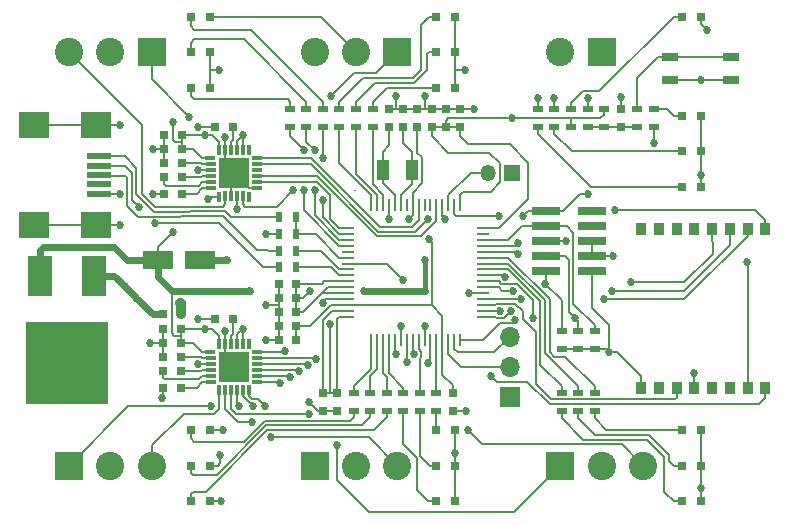
<source format=gbr>
G04 #@! TF.FileFunction,Copper,L1,Top,Mixed*
%FSLAX46Y46*%
G04 Gerber Fmt 4.6, Leading zero omitted, Abs format (unit mm)*
G04 Created by KiCad (PCBNEW 4.0.6) date 2017 July 16, Sunday 00:23:12*
%MOMM*%
%LPD*%
G01*
G04 APERTURE LIST*
%ADD10C,0.100000*%
%ADD11R,0.900000X0.500000*%
%ADD12R,0.250000X1.000000*%
%ADD13R,1.000000X0.250000*%
%ADD14R,0.800000X0.750000*%
%ADD15R,1.350000X1.350000*%
%ADD16O,1.350000X1.350000*%
%ADD17R,1.700000X1.700000*%
%ADD18O,1.700000X1.700000*%
%ADD19R,0.800000X0.800000*%
%ADD20R,1.000000X1.800000*%
%ADD21R,0.900000X1.000000*%
%ADD22R,2.000000X3.500000*%
%ADD23R,7.000000X7.000000*%
%ADD24R,1.450000X0.700000*%
%ADD25R,0.500000X0.900000*%
%ADD26R,2.400000X0.750000*%
%ADD27C,2.400000*%
%ADD28R,2.400000X2.400000*%
%ADD29R,0.750000X0.800000*%
%ADD30R,2.600000X1.600000*%
%ADD31R,0.300000X0.825000*%
%ADD32R,0.300000X0.850000*%
%ADD33R,0.825000X0.300000*%
%ADD34R,0.850000X0.300000*%
%ADD35R,2.600000X2.600000*%
%ADD36R,2.000000X0.500000*%
%ADD37R,2.500000X2.200000*%
%ADD38C,0.685800*%
%ADD39C,0.152400*%
%ADD40C,0.406400*%
%ADD41C,0.600000*%
%ADD42C,0.812800*%
%ADD43C,0.203200*%
G04 APERTURE END LIST*
D10*
D11*
X251000000Y-137350000D03*
X251000000Y-135850000D03*
D12*
X241000000Y-125150000D03*
X240500000Y-125150000D03*
X240000000Y-125150000D03*
X239500000Y-125150000D03*
X239000000Y-125150000D03*
X238500000Y-125150000D03*
X238000000Y-125150000D03*
X237500000Y-125150000D03*
X237000000Y-125150000D03*
X236500000Y-125150000D03*
X236000000Y-125150000D03*
X235500000Y-125150000D03*
X235000000Y-125150000D03*
X234500000Y-125150000D03*
X234000000Y-125150000D03*
X233500000Y-125150000D03*
D13*
X231550000Y-127100000D03*
X231550000Y-127600000D03*
X231550000Y-128100000D03*
X231550000Y-128600000D03*
X231550000Y-129100000D03*
X231550000Y-129600000D03*
X231550000Y-130100000D03*
X231550000Y-130600000D03*
X231550000Y-131100000D03*
X231550000Y-131600000D03*
X231550000Y-132100000D03*
X231550000Y-132600000D03*
X231550000Y-133100000D03*
X231550000Y-133600000D03*
X231550000Y-134100000D03*
X231550000Y-134600000D03*
D12*
X233500000Y-136550000D03*
X234000000Y-136550000D03*
X234500000Y-136550000D03*
X235000000Y-136550000D03*
X235500000Y-136550000D03*
X236000000Y-136550000D03*
X236500000Y-136550000D03*
X237000000Y-136550000D03*
X237500000Y-136550000D03*
X238000000Y-136550000D03*
X238500000Y-136550000D03*
X239000000Y-136550000D03*
X239500000Y-136550000D03*
X240000000Y-136550000D03*
X240500000Y-136550000D03*
X241000000Y-136550000D03*
D13*
X242950000Y-134600000D03*
X242950000Y-134100000D03*
X242950000Y-133600000D03*
X242950000Y-133100000D03*
X242950000Y-132600000D03*
X242950000Y-132100000D03*
X242950000Y-131600000D03*
X242950000Y-131100000D03*
X242950000Y-130600000D03*
X242950000Y-130100000D03*
X242950000Y-129600000D03*
X242950000Y-129100000D03*
X242950000Y-128600000D03*
X242950000Y-128100000D03*
X242950000Y-127600000D03*
X242950000Y-127100000D03*
D14*
X227150000Y-133000000D03*
X225650000Y-133000000D03*
D15*
X245400000Y-122400000D03*
D16*
X243400000Y-122400000D03*
D17*
X245200000Y-141400000D03*
D18*
X245200000Y-138860000D03*
X245200000Y-136320000D03*
D19*
X239000000Y-147200000D03*
X240600000Y-147200000D03*
X239000000Y-144200000D03*
X240600000Y-144200000D03*
X239000000Y-150200000D03*
X240600000Y-150200000D03*
D14*
X215950000Y-121600000D03*
X217450000Y-121600000D03*
X215850000Y-140600000D03*
X217350000Y-140600000D03*
X215850000Y-138000000D03*
X217350000Y-138000000D03*
X217450000Y-122800000D03*
X215950000Y-122800000D03*
X217350000Y-139200000D03*
X215850000Y-139200000D03*
X215950000Y-124200000D03*
X217450000Y-124200000D03*
X220250000Y-118500000D03*
X221750000Y-118500000D03*
X220250000Y-134800000D03*
X221750000Y-134800000D03*
X217450000Y-120400000D03*
X215950000Y-120400000D03*
X217350000Y-136800000D03*
X215850000Y-136800000D03*
X217450000Y-119200000D03*
X215950000Y-119200000D03*
X217350000Y-135600000D03*
X215850000Y-135600000D03*
D20*
X236950000Y-122200000D03*
X234450000Y-122200000D03*
D21*
X256350000Y-127150000D03*
X256350000Y-140650000D03*
X257850000Y-140650000D03*
X259350000Y-140650000D03*
X260850000Y-140650000D03*
X262350000Y-140650000D03*
X263850000Y-140650000D03*
X265350000Y-140650000D03*
X266850000Y-140650000D03*
X266850000Y-127150000D03*
X265350000Y-127150000D03*
X263850000Y-127150000D03*
X262350000Y-127150000D03*
X260850000Y-127150000D03*
X259350000Y-127150000D03*
X257850000Y-127150000D03*
D22*
X210050000Y-131125000D03*
X205470000Y-131125000D03*
D23*
X207750000Y-138525000D03*
D24*
X258820000Y-114600000D03*
X263980000Y-114600000D03*
X263980000Y-112600000D03*
X258820000Y-112600000D03*
D11*
X251800000Y-117050000D03*
X251800000Y-118550000D03*
X253200000Y-117050000D03*
X253200000Y-118550000D03*
X256000000Y-118550000D03*
X256000000Y-117050000D03*
X249600000Y-137350000D03*
X249600000Y-135850000D03*
X252400000Y-137350000D03*
X252400000Y-135850000D03*
D25*
X227150000Y-127600000D03*
X225650000Y-127600000D03*
X227150000Y-130400000D03*
X225650000Y-130400000D03*
X227150000Y-129000000D03*
X225650000Y-129000000D03*
D11*
X250400000Y-118550000D03*
X250400000Y-117050000D03*
X257400000Y-118550000D03*
X257400000Y-117050000D03*
X249000000Y-117050000D03*
X249000000Y-118550000D03*
X247600000Y-117050000D03*
X247600000Y-118550000D03*
X230800000Y-118550000D03*
X230800000Y-117050000D03*
X232200000Y-118550000D03*
X232200000Y-117050000D03*
X233600000Y-118550000D03*
X233600000Y-117050000D03*
X226600000Y-118550000D03*
X226600000Y-117050000D03*
X228000000Y-118550000D03*
X228000000Y-117050000D03*
X229400000Y-118550000D03*
X229400000Y-117050000D03*
X232000000Y-141050000D03*
X232000000Y-142550000D03*
X233400000Y-141050000D03*
X233400000Y-142550000D03*
X234800000Y-141050000D03*
X234800000Y-142550000D03*
X236200000Y-141050000D03*
X236200000Y-142550000D03*
X237600000Y-141050000D03*
X237600000Y-142550000D03*
X239000000Y-141050000D03*
X239000000Y-142550000D03*
X249600000Y-141050000D03*
X249600000Y-142550000D03*
X251000000Y-141050000D03*
X251000000Y-142550000D03*
X252400000Y-141050000D03*
X252400000Y-142550000D03*
D26*
X252150000Y-130740000D03*
X248250000Y-130740000D03*
X252150000Y-129470000D03*
X248250000Y-129470000D03*
X252150000Y-128200000D03*
X248250000Y-128200000D03*
X252150000Y-126930000D03*
X248250000Y-126930000D03*
X252150000Y-125660000D03*
X248250000Y-125660000D03*
D27*
X249500000Y-112200000D03*
D28*
X253000000Y-112200000D03*
D27*
X232200000Y-112200000D03*
X228700000Y-112200000D03*
D28*
X235700000Y-112200000D03*
D27*
X211400000Y-112200000D03*
X207900000Y-112200000D03*
D28*
X214900000Y-112200000D03*
D27*
X232200000Y-147200000D03*
X235700000Y-147200000D03*
D28*
X228700000Y-147200000D03*
D19*
X259800000Y-109200000D03*
X261400000Y-109200000D03*
X259800000Y-117600000D03*
X261400000Y-117600000D03*
X259800000Y-120600000D03*
X261400000Y-120600000D03*
X259800000Y-123600000D03*
X261400000Y-123600000D03*
X239000000Y-112200000D03*
X240600000Y-112200000D03*
X239000000Y-109200000D03*
X240600000Y-109200000D03*
X239000000Y-115200000D03*
X240600000Y-115200000D03*
X218200000Y-112200000D03*
X219800000Y-112200000D03*
X218200000Y-109200000D03*
X219800000Y-109200000D03*
X218200000Y-115200000D03*
X219800000Y-115200000D03*
X218200000Y-147200000D03*
X219800000Y-147200000D03*
X218200000Y-144200000D03*
X219800000Y-144200000D03*
X218200000Y-150200000D03*
X219800000Y-150200000D03*
X259800000Y-147200000D03*
X261400000Y-147200000D03*
X259800000Y-144200000D03*
X261400000Y-144200000D03*
X259800000Y-150200000D03*
X261400000Y-150200000D03*
D29*
X254600000Y-118550000D03*
X254600000Y-117050000D03*
D30*
X215400000Y-129800000D03*
X219000000Y-129800000D03*
D29*
X235000000Y-118550000D03*
X235000000Y-117050000D03*
D14*
X215850000Y-134400000D03*
X217350000Y-134400000D03*
D29*
X236200000Y-118550000D03*
X236200000Y-117050000D03*
D14*
X227150000Y-134200000D03*
X225650000Y-134200000D03*
X227150000Y-136600000D03*
X225650000Y-136600000D03*
X227150000Y-135400000D03*
X225650000Y-135400000D03*
D29*
X237400000Y-118550000D03*
X237400000Y-117050000D03*
X240400000Y-141050000D03*
X240400000Y-142550000D03*
D14*
X227150000Y-131800000D03*
X225650000Y-131800000D03*
D29*
X230600000Y-141050000D03*
X230600000Y-142550000D03*
X229400000Y-141050000D03*
X229400000Y-142550000D03*
X238600000Y-118550000D03*
X238600000Y-117050000D03*
X239800000Y-118550000D03*
X239800000Y-117050000D03*
X241000000Y-118550000D03*
X241000000Y-117050000D03*
D27*
X211400000Y-147200000D03*
X214900000Y-147200000D03*
D28*
X207900000Y-147200000D03*
D25*
X225650000Y-126200000D03*
X227150000Y-126200000D03*
D27*
X253000000Y-147200000D03*
X256500000Y-147200000D03*
D28*
X249500000Y-147200000D03*
D31*
X220600000Y-140825000D03*
D32*
X221100000Y-140800000D03*
X221600000Y-140800000D03*
X222100000Y-140800000D03*
X222600000Y-140800000D03*
D31*
X223100000Y-140825000D03*
D33*
X223825000Y-140100000D03*
D34*
X223800000Y-139600000D03*
X223800000Y-139100000D03*
X223800000Y-138600000D03*
X223800000Y-138100000D03*
D33*
X223825000Y-137600000D03*
D31*
X223100000Y-136875000D03*
D32*
X222600000Y-136900000D03*
X222100000Y-136900000D03*
X221600000Y-136900000D03*
X221100000Y-136900000D03*
D31*
X220600000Y-136875000D03*
D33*
X219875000Y-137600000D03*
D34*
X219900000Y-138100000D03*
X219900000Y-138600000D03*
X219900000Y-139100000D03*
X219900000Y-139600000D03*
X219900000Y-140100000D03*
D35*
X221850000Y-138850000D03*
D31*
X220600000Y-124425000D03*
D32*
X221100000Y-124400000D03*
X221600000Y-124400000D03*
X222100000Y-124400000D03*
X222600000Y-124400000D03*
D31*
X223100000Y-124425000D03*
D33*
X223825000Y-123700000D03*
D34*
X223800000Y-123200000D03*
X223800000Y-122700000D03*
X223800000Y-122200000D03*
X223800000Y-121700000D03*
D33*
X223825000Y-121200000D03*
D31*
X223100000Y-120475000D03*
D32*
X222600000Y-120500000D03*
X222100000Y-120500000D03*
X221600000Y-120500000D03*
X221100000Y-120500000D03*
D31*
X220600000Y-120475000D03*
D33*
X219875000Y-121200000D03*
D34*
X219900000Y-121700000D03*
X219900000Y-122200000D03*
X219900000Y-122700000D03*
X219900000Y-123200000D03*
X219900000Y-123700000D03*
D35*
X221850000Y-122450000D03*
D36*
X210450000Y-121000000D03*
X210450000Y-121800000D03*
X210450000Y-122600000D03*
X210450000Y-123400000D03*
X210450000Y-124200000D03*
D37*
X210200000Y-118400000D03*
X204900000Y-118400000D03*
X210200000Y-126800000D03*
X204900000Y-126800000D03*
D38*
X222600000Y-135600000D03*
X219400000Y-135600000D03*
X216700000Y-127400000D03*
X216700000Y-118100000D03*
X230000000Y-135200000D03*
X228300000Y-132400000D03*
X253600000Y-137600000D03*
X238000000Y-132400000D03*
X238000000Y-129800000D03*
X245400000Y-117800000D03*
X223200000Y-132400000D03*
X232900000Y-132400000D03*
X219400000Y-119200000D03*
X222600000Y-119200000D03*
X212200000Y-118400000D03*
X212200000Y-126800000D03*
X212200000Y-124200000D03*
X260800000Y-139400000D03*
X224600000Y-133600000D03*
X229400000Y-133400000D03*
X215000000Y-120400000D03*
X221100000Y-119400000D03*
X221100000Y-135800000D03*
X224600000Y-136600000D03*
X221300000Y-129800000D03*
X235000000Y-126300000D03*
X241800000Y-132600000D03*
X220600000Y-113700000D03*
X241400000Y-113700000D03*
X242200000Y-117000000D03*
X238000000Y-115900000D03*
X224600000Y-127600000D03*
X220700000Y-146300000D03*
X220900000Y-144200000D03*
X228200000Y-141800000D03*
X235600000Y-115900000D03*
X215000000Y-124200000D03*
X217300000Y-133400000D03*
X254000000Y-129500000D03*
X254600000Y-116000000D03*
X261900000Y-110300000D03*
X261400000Y-114600000D03*
X261400000Y-122600000D03*
X214800000Y-136800000D03*
X215800000Y-141500000D03*
X261400000Y-149100000D03*
X220800000Y-150200000D03*
X240600000Y-146100000D03*
X241500000Y-142600000D03*
X210500000Y-135700000D03*
X210500000Y-137450000D03*
X210500000Y-139450000D03*
X210500000Y-141200000D03*
X208750000Y-141200000D03*
X208750000Y-139450000D03*
X208750000Y-137450000D03*
X208750000Y-135700000D03*
X206750000Y-135700000D03*
X206750000Y-137450000D03*
X206750000Y-139450000D03*
X206750000Y-141200000D03*
X205000000Y-141200000D03*
X205000000Y-139450000D03*
X205000000Y-137450000D03*
X205000000Y-135700000D03*
X215200000Y-126700000D03*
X213800000Y-125300000D03*
X228200000Y-142800000D03*
X241700000Y-144200000D03*
X224500000Y-142200000D03*
X230600000Y-145500000D03*
X223400000Y-143500000D03*
X225000000Y-144800000D03*
X223500000Y-142200000D03*
X222300000Y-142200000D03*
X219900000Y-142200000D03*
X218100000Y-117700000D03*
X222100000Y-125500000D03*
X219700000Y-124600000D03*
X230100000Y-115900000D03*
X226900000Y-123900000D03*
X225800000Y-140200000D03*
X238000000Y-135400000D03*
X238300000Y-138500000D03*
X228100000Y-138700000D03*
X248200000Y-131800000D03*
X245500000Y-132400000D03*
X250000000Y-128200000D03*
X244400000Y-134100000D03*
X246300000Y-126100000D03*
X244300000Y-126100000D03*
X251800000Y-124200000D03*
X251800000Y-116100000D03*
X227800000Y-120500000D03*
X227800000Y-123900000D03*
X229400000Y-124700000D03*
X229400000Y-121200000D03*
X228700000Y-120500000D03*
X228700000Y-123900000D03*
X247600000Y-116100000D03*
X245900000Y-128400000D03*
X249000000Y-116100000D03*
X245900000Y-129300000D03*
X226600000Y-139700000D03*
X237100000Y-137800000D03*
X245700000Y-134900000D03*
X255500000Y-131700000D03*
X236500000Y-138400000D03*
X228800000Y-138200000D03*
X245300000Y-134100000D03*
X253200000Y-133100000D03*
X239700000Y-126300000D03*
X238300000Y-126300000D03*
X236000000Y-135400000D03*
X226200000Y-137500000D03*
X227400000Y-139200000D03*
X235600000Y-137800000D03*
X253900000Y-132400000D03*
X246200000Y-133100000D03*
X236700000Y-126300000D03*
X238400000Y-128000000D03*
X218800000Y-122200000D03*
X218800000Y-118500000D03*
X212600000Y-132000000D03*
X213600000Y-133000000D03*
X218800000Y-138600000D03*
X218800000Y-134800000D03*
X254100000Y-125600000D03*
X244800000Y-131200000D03*
X247200000Y-134700000D03*
X250700000Y-134700000D03*
X265300000Y-130000000D03*
X257400000Y-119900000D03*
X243600000Y-139600000D03*
X236200000Y-131500000D03*
D39*
X232100000Y-123900000D02*
X232100000Y-123900000D01*
X217450000Y-119800000D02*
X216900000Y-119800000D01*
X215400000Y-128700000D02*
X215400000Y-129800000D01*
X216700000Y-127400000D02*
X215400000Y-128700000D01*
X216700000Y-119600000D02*
X216700000Y-118100000D01*
X216900000Y-119800000D02*
X216700000Y-119600000D01*
X217350000Y-136200000D02*
X216800000Y-136200000D01*
X216600000Y-136000000D02*
X216600000Y-132400000D01*
X216800000Y-136200000D02*
X216600000Y-136000000D01*
X230000000Y-141050000D02*
X230000000Y-135200000D01*
X227700000Y-133000000D02*
X228300000Y-132400000D01*
X227150000Y-133000000D02*
X227700000Y-133000000D01*
X252150000Y-130740000D02*
X252150000Y-133850000D01*
X253600000Y-135300000D02*
X253600000Y-137600000D01*
X252150000Y-133850000D02*
X253600000Y-135300000D01*
X256350000Y-140650000D02*
X256350000Y-139650000D01*
X254300000Y-137600000D02*
X253600000Y-137600000D01*
X256350000Y-139650000D02*
X254300000Y-137600000D01*
X253350000Y-137350000D02*
X252400000Y-137350000D01*
X253600000Y-137600000D02*
X253350000Y-137350000D01*
X245400000Y-117800000D02*
X240000000Y-117800000D01*
X239800000Y-118000000D02*
X239800000Y-118550000D01*
X240000000Y-117800000D02*
X239800000Y-118000000D01*
D40*
X238000000Y-132400000D02*
X238000000Y-129800000D01*
D39*
X245400000Y-117800000D02*
X250400000Y-117800000D01*
X246800000Y-121600000D02*
X245200000Y-120000000D01*
X244300000Y-127100000D02*
X246800000Y-124600000D01*
X246800000Y-124600000D02*
X246800000Y-121600000D01*
X242950000Y-127100000D02*
X244300000Y-127100000D01*
X241000000Y-119300000D02*
X241000000Y-118550000D01*
X241700000Y-120000000D02*
X241000000Y-119300000D01*
X245200000Y-120000000D02*
X241700000Y-120000000D01*
X244400000Y-121600000D02*
X243500000Y-120700000D01*
X238600000Y-118550000D02*
X238600000Y-119300000D01*
X241300000Y-124000000D02*
X243600000Y-124000000D01*
X243600000Y-124000000D02*
X244400000Y-123200000D01*
X244400000Y-123200000D02*
X244400000Y-121600000D01*
X241000000Y-124300000D02*
X241000000Y-125150000D01*
X241000000Y-124300000D02*
X241300000Y-124000000D01*
X240000000Y-120700000D02*
X238600000Y-119300000D01*
X243500000Y-120700000D02*
X240000000Y-120700000D01*
D41*
X216600000Y-132400000D02*
X223200000Y-132400000D01*
X215400000Y-131200000D02*
X216600000Y-132400000D01*
X215400000Y-129800000D02*
X215400000Y-131200000D01*
X232900000Y-132400000D02*
X238000000Y-132400000D01*
X205720000Y-128720000D02*
X211720000Y-128720000D01*
X211720000Y-128720000D02*
X212800000Y-129800000D01*
X212800000Y-129800000D02*
X215400000Y-129800000D01*
X205470000Y-128970000D02*
X205720000Y-128720000D01*
X205720000Y-128720000D02*
X205740000Y-128700000D01*
X205470000Y-131125000D02*
X205470000Y-128970000D01*
D39*
X229400000Y-134900000D02*
X229400000Y-141050000D01*
X230200000Y-134100000D02*
X229400000Y-134900000D01*
X231550000Y-134100000D02*
X230200000Y-134100000D01*
X230600000Y-134800000D02*
X230600000Y-141050000D01*
X230600000Y-141050000D02*
X230000000Y-141050000D01*
X230000000Y-141050000D02*
X229400000Y-141050000D01*
X239800000Y-118550000D02*
X241000000Y-118550000D01*
X239800000Y-118550000D02*
X238600000Y-118550000D01*
X222100000Y-120500000D02*
X222100000Y-119700000D01*
X222100000Y-119700000D02*
X222600000Y-119200000D01*
X222600000Y-120500000D02*
X222600000Y-119200000D01*
X222100000Y-136900000D02*
X222100000Y-136100000D01*
X222100000Y-136100000D02*
X222600000Y-135600000D01*
X222600000Y-136900000D02*
X222600000Y-135600000D01*
X219875000Y-121200000D02*
X219200000Y-121200000D01*
X218400000Y-120400000D02*
X217450000Y-120400000D01*
X219200000Y-121200000D02*
X218400000Y-120400000D01*
X217450000Y-119200000D02*
X219400000Y-119200000D01*
X219400000Y-119200000D02*
X220000000Y-119200000D01*
X220600000Y-119800000D02*
X220600000Y-120475000D01*
X220000000Y-119200000D02*
X220600000Y-119800000D01*
X217450000Y-120400000D02*
X217450000Y-119800000D01*
X217450000Y-119800000D02*
X217450000Y-119200000D01*
X250400000Y-118550000D02*
X250400000Y-117800000D01*
X253200000Y-117050000D02*
X253200000Y-117500000D01*
X253200000Y-117500000D02*
X252900000Y-117800000D01*
X252900000Y-117800000D02*
X250400000Y-117800000D01*
X251000000Y-137350000D02*
X252400000Y-137350000D01*
X249600000Y-137350000D02*
X251000000Y-137350000D01*
X231550000Y-134600000D02*
X230800000Y-134600000D01*
X230800000Y-134600000D02*
X230600000Y-134800000D01*
X227150000Y-134200000D02*
X227150000Y-133000000D01*
X231550000Y-132600000D02*
X229300000Y-132600000D01*
X231550000Y-132100000D02*
X229800000Y-132100000D01*
X227700000Y-134200000D02*
X227150000Y-134200000D01*
X229800000Y-132100000D02*
X229300000Y-132600000D01*
X229300000Y-132600000D02*
X227700000Y-134200000D01*
X227150000Y-131800000D02*
X227150000Y-133000000D01*
X231550000Y-131600000D02*
X229500000Y-131600000D01*
X229300000Y-131800000D02*
X227150000Y-131800000D01*
X229500000Y-131600000D02*
X229300000Y-131800000D01*
X220600000Y-136900000D02*
X220600000Y-136200000D01*
X220000000Y-135600000D02*
X219400000Y-135600000D01*
X219400000Y-135600000D02*
X217350000Y-135600000D01*
X220600000Y-136200000D02*
X220000000Y-135600000D01*
X217350000Y-135600000D02*
X217350000Y-136200000D01*
X217350000Y-136200000D02*
X217350000Y-136800000D01*
X219900000Y-137600000D02*
X219200000Y-137600000D01*
X218400000Y-136800000D02*
X217350000Y-136800000D01*
X219200000Y-137600000D02*
X218400000Y-136800000D01*
X210200000Y-126800000D02*
X204900000Y-126800000D01*
X210200000Y-118400000D02*
X204900000Y-118400000D01*
X210200000Y-118400000D02*
X212200000Y-118400000D01*
X210200000Y-126800000D02*
X212200000Y-126800000D01*
X210450000Y-124200000D02*
X212200000Y-124200000D01*
X260850000Y-140650000D02*
X260850000Y-139450000D01*
X260850000Y-139450000D02*
X260800000Y-139400000D01*
X231550000Y-133100000D02*
X229700000Y-133100000D01*
X224600000Y-133600000D02*
X225650000Y-133600000D01*
X229700000Y-133100000D02*
X229400000Y-133400000D01*
X215950000Y-120400000D02*
X215000000Y-120400000D01*
X221100000Y-119400000D02*
X221100000Y-120500000D01*
X221100000Y-136900000D02*
X221100000Y-135800000D01*
X224600000Y-136600000D02*
X225650000Y-136600000D01*
X225650000Y-135400000D02*
X225650000Y-136600000D01*
D41*
X219000000Y-129800000D02*
X221300000Y-129800000D01*
D39*
X235000000Y-125150000D02*
X235000000Y-126300000D01*
X242950000Y-132600000D02*
X241800000Y-132600000D01*
X230600000Y-142550000D02*
X229400000Y-142550000D01*
X219800000Y-113700000D02*
X220600000Y-113700000D01*
X219800000Y-112200000D02*
X219800000Y-113700000D01*
X219800000Y-113700000D02*
X219800000Y-115200000D01*
X219800000Y-109200000D02*
X229200000Y-109200000D01*
X229200000Y-109200000D02*
X232200000Y-112200000D01*
X240600000Y-109200000D02*
X240600000Y-112200000D01*
X240600000Y-113700000D02*
X241400000Y-113700000D01*
X241000000Y-117050000D02*
X242150000Y-117050000D01*
X242150000Y-117050000D02*
X242200000Y-117000000D01*
X240600000Y-115200000D02*
X240600000Y-113700000D01*
X240600000Y-113700000D02*
X240600000Y-112200000D01*
X238000000Y-117050000D02*
X238000000Y-115900000D01*
X238600000Y-117050000D02*
X238000000Y-117050000D01*
X238000000Y-117050000D02*
X237400000Y-117050000D01*
X237400000Y-117050000D02*
X236200000Y-117050000D01*
X239800000Y-117050000D02*
X238600000Y-117050000D01*
X241000000Y-117050000D02*
X240400000Y-117050000D01*
X240400000Y-117050000D02*
X239800000Y-117050000D01*
X225650000Y-127600000D02*
X224600000Y-127600000D01*
X219800000Y-147200000D02*
X220500000Y-147200000D01*
X220700000Y-147000000D02*
X220700000Y-146300000D01*
X220500000Y-147200000D02*
X220700000Y-147000000D01*
X219800000Y-144200000D02*
X220900000Y-144200000D01*
X229400000Y-142550000D02*
X228950000Y-142550000D01*
X228950000Y-142550000D02*
X228200000Y-141800000D01*
X232200000Y-147200000D02*
X232200000Y-147400000D01*
X235600000Y-117050000D02*
X235600000Y-115900000D01*
X235000000Y-117050000D02*
X235600000Y-117050000D01*
X235600000Y-117050000D02*
X236200000Y-117050000D01*
X215950000Y-124200000D02*
X215000000Y-124200000D01*
X215950000Y-119200000D02*
X215950000Y-120400000D01*
X215950000Y-121600000D02*
X215950000Y-120400000D01*
D42*
X217350000Y-134400000D02*
X217350000Y-133450000D01*
X217350000Y-133450000D02*
X217300000Y-133400000D01*
D39*
X252150000Y-129470000D02*
X253970000Y-129470000D01*
X253970000Y-129470000D02*
X254000000Y-129500000D01*
X252150000Y-128200000D02*
X252150000Y-129470000D01*
X254600000Y-117050000D02*
X254600000Y-116000000D01*
X261400000Y-109200000D02*
X261400000Y-109800000D01*
X261400000Y-109800000D02*
X261900000Y-110300000D01*
X263980000Y-114600000D02*
X261400000Y-114600000D01*
X261400000Y-114600000D02*
X258820000Y-114600000D01*
X261400000Y-120600000D02*
X261400000Y-117600000D01*
X261400000Y-123600000D02*
X261400000Y-122600000D01*
X261400000Y-122600000D02*
X261400000Y-120600000D01*
X211000000Y-126950000D02*
X210900000Y-127050000D01*
X215850000Y-136800000D02*
X214800000Y-136800000D01*
X215850000Y-136800000D02*
X215850000Y-135600000D01*
X215850000Y-138000000D02*
X215850000Y-136800000D01*
X215850000Y-140600000D02*
X215850000Y-141450000D01*
X215850000Y-141450000D02*
X215800000Y-141500000D01*
X261400000Y-149300000D02*
X261400000Y-149100000D01*
X261400000Y-150200000D02*
X261400000Y-149300000D01*
X261400000Y-149300000D02*
X261400000Y-147200000D01*
X261400000Y-144200000D02*
X261400000Y-147200000D01*
X219800000Y-150200000D02*
X220800000Y-150200000D01*
X240600000Y-147200000D02*
X240600000Y-150200000D01*
X240400000Y-142550000D02*
X241450000Y-142550000D01*
X241450000Y-142550000D02*
X241500000Y-142600000D01*
X240600000Y-147200000D02*
X240600000Y-146100000D01*
X240600000Y-146100000D02*
X240600000Y-144200000D01*
X225650000Y-134200000D02*
X225650000Y-135400000D01*
X225650000Y-133000000D02*
X225650000Y-133600000D01*
X225650000Y-133600000D02*
X225650000Y-134200000D01*
X225650000Y-131800000D02*
X225650000Y-133000000D01*
X219700000Y-144200000D02*
X219650000Y-144150000D01*
X221100000Y-136900000D02*
X221100000Y-138100000D01*
X223800000Y-123700000D02*
X223100000Y-123700000D01*
D43*
X223100000Y-123700000D02*
X221850000Y-122450000D01*
X221600000Y-124400000D02*
X221600000Y-122700000D01*
X221100000Y-121700000D02*
X221850000Y-122450000D01*
X221100000Y-121700000D02*
X221100000Y-120500000D01*
X221600000Y-122700000D02*
X221850000Y-122450000D01*
D39*
X261300000Y-144200000D02*
X261250000Y-144150000D01*
X240500000Y-144200000D02*
X240450000Y-144150000D01*
X240500000Y-115200000D02*
X240450000Y-115250000D01*
X207500000Y-138775000D02*
X204575000Y-138775000D01*
X210500000Y-137450000D02*
X210500000Y-139450000D01*
X210250000Y-141200000D02*
X208750000Y-141200000D01*
X208750000Y-139450000D02*
X208750000Y-137450000D01*
X208750000Y-135700000D02*
X207000000Y-135700000D01*
X206750000Y-137450000D02*
X206750000Y-139450000D01*
X206750000Y-141200000D02*
X205000000Y-141200000D01*
X205000000Y-139450000D02*
X205000000Y-137450000D01*
X236950000Y-122200000D02*
X236950000Y-120650000D01*
X236200000Y-119900000D02*
X236200000Y-118550000D01*
X236950000Y-120650000D02*
X236200000Y-119900000D01*
X236000000Y-125150000D02*
X236000000Y-124300000D01*
X236950000Y-123350000D02*
X236950000Y-122200000D01*
X236000000Y-124300000D02*
X236950000Y-123350000D01*
X234450000Y-122200000D02*
X234450000Y-120650000D01*
X235000000Y-120100000D02*
X235000000Y-118550000D01*
X234450000Y-120650000D02*
X235000000Y-120100000D01*
X235500000Y-125150000D02*
X235500000Y-124300000D01*
X234450000Y-123250000D02*
X234450000Y-122200000D01*
X235500000Y-124300000D02*
X234450000Y-123250000D01*
X219900000Y-138100000D02*
X219200000Y-138100000D01*
X219100000Y-138000000D02*
X217250000Y-138000000D01*
X219200000Y-138100000D02*
X219100000Y-138000000D01*
X219900000Y-139100000D02*
X219200000Y-139100000D01*
X219100000Y-139200000D02*
X217250000Y-139200000D01*
X219200000Y-139100000D02*
X219100000Y-139200000D01*
X219900000Y-139600000D02*
X219200000Y-139600000D01*
X215850000Y-139750000D02*
X215850000Y-139200000D01*
X216000000Y-139900000D02*
X215850000Y-139750000D01*
X218900000Y-139900000D02*
X216000000Y-139900000D01*
X219200000Y-139600000D02*
X218900000Y-139900000D01*
X229400000Y-117050000D02*
X229400000Y-116400000D01*
X218200000Y-110000000D02*
X218200000Y-109200000D01*
X218500000Y-110300000D02*
X218200000Y-110000000D01*
X223300000Y-110300000D02*
X218500000Y-110300000D01*
X229400000Y-116400000D02*
X223300000Y-110300000D01*
X228000000Y-117050000D02*
X228000000Y-116400000D01*
X218200000Y-111400000D02*
X218200000Y-112200000D01*
X218500000Y-111100000D02*
X218200000Y-111400000D01*
X222700000Y-111100000D02*
X218500000Y-111100000D01*
X228000000Y-116400000D02*
X222700000Y-111100000D01*
X226600000Y-117050000D02*
X226600000Y-116400000D01*
X218200000Y-115900000D02*
X218200000Y-115200000D01*
X218500000Y-116200000D02*
X218200000Y-115900000D01*
X226400000Y-116200000D02*
X218500000Y-116200000D01*
X226600000Y-116400000D02*
X226400000Y-116200000D01*
X230800000Y-117050000D02*
X230800000Y-116400000D01*
X238400000Y-109200000D02*
X239000000Y-109200000D01*
X237700000Y-109900000D02*
X238400000Y-109200000D01*
X237700000Y-113700000D02*
X237700000Y-109900000D01*
X237000000Y-114400000D02*
X237700000Y-113700000D01*
X232800000Y-114400000D02*
X237000000Y-114400000D01*
X230800000Y-116400000D02*
X232800000Y-114400000D01*
X232200000Y-117050000D02*
X232200000Y-116400000D01*
X238400000Y-112200000D02*
X239000000Y-112200000D01*
X238200000Y-112400000D02*
X238400000Y-112200000D01*
X238200000Y-113700000D02*
X238200000Y-112400000D01*
X237100000Y-114800000D02*
X238200000Y-113700000D01*
X233800000Y-114800000D02*
X237100000Y-114800000D01*
X232200000Y-116400000D02*
X233800000Y-114800000D01*
X239000000Y-115200000D02*
X234800000Y-115200000D01*
X233600000Y-116400000D02*
X233600000Y-117050000D01*
X234800000Y-115200000D02*
X233600000Y-116400000D01*
X259800000Y-109200000D02*
X259100000Y-109200000D01*
X250400000Y-116500000D02*
X250400000Y-117050000D01*
X251400000Y-115500000D02*
X250400000Y-116500000D01*
X252800000Y-115500000D02*
X251400000Y-115500000D01*
X259100000Y-109200000D02*
X252800000Y-115500000D01*
X259800000Y-117600000D02*
X259100000Y-117600000D01*
X258550000Y-117050000D02*
X257400000Y-117050000D01*
X259100000Y-117600000D02*
X258550000Y-117050000D01*
X249000000Y-118550000D02*
X249000000Y-119100000D01*
X250500000Y-120600000D02*
X259800000Y-120600000D01*
X249000000Y-119100000D02*
X250500000Y-120600000D01*
X247600000Y-118550000D02*
X247600000Y-119100000D01*
X252100000Y-123600000D02*
X259800000Y-123600000D01*
X247600000Y-119100000D02*
X252100000Y-123600000D01*
X231700000Y-143400000D02*
X224500000Y-143400000D01*
X232000000Y-143100000D02*
X231700000Y-143400000D01*
X232000000Y-142550000D02*
X232000000Y-143100000D01*
X218200000Y-144900000D02*
X218200000Y-144200000D01*
X218500000Y-145200000D02*
X218200000Y-144900000D01*
X222700000Y-145200000D02*
X218500000Y-145200000D01*
X224500000Y-143400000D02*
X222700000Y-145200000D01*
X218200000Y-147200000D02*
X218200000Y-147800000D01*
X220400000Y-148000000D02*
X224600000Y-143800000D01*
X218400000Y-148000000D02*
X220400000Y-148000000D01*
X218200000Y-147800000D02*
X218400000Y-148000000D01*
X233400000Y-142550000D02*
X233400000Y-143100000D01*
X232700000Y-143800000D02*
X224600000Y-143800000D01*
X233400000Y-143100000D02*
X232700000Y-143800000D01*
X234800000Y-142550000D02*
X234800000Y-143100000D01*
X218200000Y-149600000D02*
X218200000Y-150200000D01*
X218400000Y-149400000D02*
X218200000Y-149600000D01*
X219500000Y-149400000D02*
X218400000Y-149400000D01*
X224700000Y-144200000D02*
X219500000Y-149400000D01*
X233700000Y-144200000D02*
X224700000Y-144200000D01*
X234800000Y-143100000D02*
X233700000Y-144200000D01*
X239000000Y-142550000D02*
X239000000Y-144200000D01*
X239000000Y-147200000D02*
X238431056Y-147200000D01*
X237600000Y-146368944D02*
X237600000Y-142550000D01*
X238431056Y-147200000D02*
X237600000Y-146368944D01*
X236200000Y-142550000D02*
X236200000Y-145400000D01*
X238300000Y-150200000D02*
X239000000Y-150200000D01*
X237400000Y-149300000D02*
X238300000Y-150200000D01*
X237400000Y-146600000D02*
X237400000Y-149300000D01*
X236200000Y-145400000D02*
X237400000Y-146600000D01*
X259800000Y-144200000D02*
X253400000Y-144200000D01*
X253400000Y-144200000D02*
X252400000Y-143200000D01*
X252400000Y-143200000D02*
X252400000Y-142550000D01*
X251000000Y-142550000D02*
X251000000Y-143200000D01*
X259100000Y-147200000D02*
X258700000Y-146800000D01*
X258700000Y-146800000D02*
X258700000Y-146300000D01*
X258700000Y-146300000D02*
X257000000Y-144600000D01*
X259100000Y-147200000D02*
X259800000Y-147200000D01*
X252400000Y-144600000D02*
X257000000Y-144600000D01*
X251000000Y-143200000D02*
X252400000Y-144600000D01*
X259800000Y-150200000D02*
X259100000Y-150200000D01*
X249600000Y-143200000D02*
X249600000Y-142550000D01*
X251400000Y-145000000D02*
X249600000Y-143200000D01*
X256800000Y-145000000D02*
X251400000Y-145000000D01*
X258300000Y-146500000D02*
X256800000Y-145000000D01*
X258300000Y-149400000D02*
X258300000Y-146500000D01*
X259100000Y-150200000D02*
X258300000Y-149400000D01*
X210450000Y-121000000D02*
X212600000Y-121000000D01*
X221650000Y-126150000D02*
X221150184Y-125672313D01*
X215100184Y-125722313D02*
X221150184Y-125672313D01*
X213600000Y-124200000D02*
X215100184Y-125722313D01*
X213600000Y-122000000D02*
X213600000Y-124200000D01*
X212600000Y-121000000D02*
X213600000Y-122000000D01*
X221650000Y-126150000D02*
X225650000Y-126200000D01*
X210450000Y-121800000D02*
X212600000Y-121800000D01*
X213800000Y-125300000D02*
X213200000Y-124700000D01*
X213200000Y-122400000D02*
X212600000Y-121800000D01*
X213200000Y-124700000D02*
X213200000Y-122400000D01*
X224300000Y-130400000D02*
X225650000Y-130400000D01*
X224300000Y-130400000D02*
X220600000Y-126700000D01*
X220600000Y-126700000D02*
X215200000Y-126700000D01*
X212650000Y-122650000D02*
X210500000Y-122650000D01*
X210500000Y-122650000D02*
X210450000Y-122600000D01*
X225650000Y-129000000D02*
X223850000Y-128950000D01*
X212800000Y-122800000D02*
X212800000Y-125200000D01*
X212600000Y-122600000D02*
X212650000Y-122650000D01*
X212650000Y-122650000D02*
X212800000Y-122800000D01*
X212800000Y-125200000D02*
X213700195Y-126128275D01*
X213700195Y-126128275D02*
X220950195Y-126078275D01*
X223850000Y-128950000D02*
X220950195Y-126078275D01*
X256500000Y-147200000D02*
X254700000Y-145400000D01*
X221600000Y-142400000D02*
X222000000Y-142800000D01*
X222000000Y-142800000D02*
X228200000Y-142800000D01*
X221600000Y-142400000D02*
X221600000Y-140800000D01*
X242900000Y-145400000D02*
X241700000Y-144200000D01*
X254700000Y-145400000D02*
X242900000Y-145400000D01*
X233300000Y-151100000D02*
X245600000Y-151100000D01*
X223100000Y-141300000D02*
X223400000Y-141600000D01*
X223400000Y-141600000D02*
X223900000Y-141600000D01*
X223900000Y-141600000D02*
X224500000Y-142200000D01*
X230600000Y-145500000D02*
X230600000Y-148400000D01*
X230600000Y-148400000D02*
X233300000Y-151100000D01*
X223100000Y-140825000D02*
X223100000Y-141300000D01*
X245600000Y-151100000D02*
X249500000Y-147200000D01*
X221100000Y-140800000D02*
X221100000Y-142400000D01*
X222200000Y-143500000D02*
X223400000Y-143500000D01*
X221100000Y-142400000D02*
X222200000Y-143500000D01*
X225000000Y-144800000D02*
X233300000Y-144800000D01*
X233300000Y-144800000D02*
X235700000Y-147200000D01*
X235700000Y-146800000D02*
X235700000Y-147200000D01*
X223500000Y-142200000D02*
X222600000Y-141300000D01*
X222600000Y-141300000D02*
X222600000Y-140800000D01*
X220600000Y-140825000D02*
X220600000Y-142400000D01*
X220200000Y-142800000D02*
X217600000Y-142800000D01*
X217600000Y-142800000D02*
X214900000Y-145500000D01*
X214900000Y-145500000D02*
X214900000Y-147200000D01*
X220600000Y-142400000D02*
X220200000Y-142800000D01*
X207900000Y-147200000D02*
X212900000Y-142200000D01*
X222100000Y-142000000D02*
X222300000Y-142200000D01*
X222100000Y-142000000D02*
X222100000Y-140800000D01*
X212900000Y-142200000D02*
X219900000Y-142200000D01*
X207900000Y-112200000D02*
X214100000Y-118400000D01*
X221100000Y-125100000D02*
X220900000Y-125300000D01*
X220900000Y-125300000D02*
X215200000Y-125300000D01*
X215200000Y-125300000D02*
X214100000Y-124200000D01*
X214100000Y-124200000D02*
X214100000Y-118400000D01*
X221100000Y-125100000D02*
X221100000Y-124400000D01*
X214900000Y-114500000D02*
X218100000Y-117700000D01*
X214900000Y-112200000D02*
X214900000Y-114500000D01*
X222100000Y-125500000D02*
X222100000Y-124400000D01*
X220600000Y-124425000D02*
X219875000Y-124425000D01*
X219875000Y-124425000D02*
X219700000Y-124600000D01*
X222600000Y-124400000D02*
X222600000Y-125100000D01*
X230100000Y-115900000D02*
X232000000Y-114000000D01*
X232000000Y-114000000D02*
X233900000Y-114000000D01*
X233900000Y-114000000D02*
X235700000Y-112200000D01*
X225500000Y-125300000D02*
X226900000Y-123900000D01*
X222800000Y-125300000D02*
X225500000Y-125300000D01*
X222600000Y-125100000D02*
X222800000Y-125300000D01*
X238000000Y-136550000D02*
X238000000Y-135400000D01*
X225800000Y-140100000D02*
X225900000Y-140200000D01*
X225700000Y-140100000D02*
X223825000Y-140100000D01*
X238500000Y-136550000D02*
X238500000Y-138300000D01*
X238500000Y-138300000D02*
X238300000Y-138500000D01*
X228000000Y-138600000D02*
X228100000Y-138700000D01*
X228000000Y-138600000D02*
X223800000Y-138600000D01*
X249600000Y-135850000D02*
X249600000Y-133200000D01*
X249600000Y-133200000D02*
X248200000Y-131800000D01*
X242950000Y-132100000D02*
X244300000Y-132100000D01*
X248250000Y-131750000D02*
X248250000Y-130740000D01*
X248200000Y-131800000D02*
X248250000Y-131750000D01*
X244600000Y-132400000D02*
X245500000Y-132400000D01*
X244300000Y-132100000D02*
X244600000Y-132400000D01*
X242950000Y-134100000D02*
X244400000Y-134100000D01*
X250000000Y-128200000D02*
X248250000Y-128200000D01*
X248250000Y-126930000D02*
X250030000Y-126930000D01*
X252400000Y-135300000D02*
X252400000Y-135850000D01*
X250600000Y-133500000D02*
X252400000Y-135300000D01*
X250600000Y-127500000D02*
X250600000Y-133500000D01*
X250030000Y-126930000D02*
X250600000Y-127500000D01*
X242950000Y-128100000D02*
X245100000Y-128100000D01*
X246270000Y-126930000D02*
X248250000Y-126930000D01*
X245100000Y-128100000D02*
X246270000Y-126930000D01*
X244300000Y-126100000D02*
X240700000Y-126100000D01*
X240500000Y-125150000D02*
X240500000Y-125900000D01*
X246740000Y-125660000D02*
X246300000Y-126100000D01*
X246740000Y-125660000D02*
X248250000Y-125660000D01*
X240700000Y-126100000D02*
X240500000Y-125900000D01*
X251800000Y-117050000D02*
X251800000Y-116100000D01*
X249740000Y-125660000D02*
X248250000Y-125660000D01*
X251200000Y-124200000D02*
X249740000Y-125660000D01*
X251800000Y-124200000D02*
X251200000Y-124200000D01*
X240000000Y-125150000D02*
X240000000Y-124300000D01*
X241900000Y-122400000D02*
X243400000Y-122400000D01*
X240000000Y-124300000D02*
X241900000Y-122400000D01*
X249600000Y-141050000D02*
X249600000Y-140500000D01*
X245100000Y-130600000D02*
X242950000Y-130600000D01*
X247800000Y-133300000D02*
X245100000Y-130600000D01*
X247800000Y-138700000D02*
X247800000Y-133300000D01*
X249600000Y-140500000D02*
X247800000Y-138700000D01*
X252400000Y-141050000D02*
X252400000Y-140500000D01*
X245100000Y-129600000D02*
X242950000Y-129600000D01*
X248600000Y-133100000D02*
X245100000Y-129600000D01*
X248600000Y-137600000D02*
X248600000Y-133100000D01*
X249000000Y-138000000D02*
X248600000Y-137600000D01*
X249900000Y-138000000D02*
X249000000Y-138000000D01*
X252400000Y-140500000D02*
X249900000Y-138000000D01*
X242950000Y-130100000D02*
X245100000Y-130100000D01*
X251000000Y-140500000D02*
X251000000Y-141050000D01*
X248200000Y-137700000D02*
X251000000Y-140500000D01*
X248200000Y-133200000D02*
X248200000Y-137700000D01*
X245100000Y-130100000D02*
X248200000Y-133200000D01*
X235000000Y-136550000D02*
X235000000Y-139400000D01*
X236200000Y-140600000D02*
X236200000Y-141050000D01*
X235000000Y-139400000D02*
X236200000Y-140600000D01*
X239000000Y-136550000D02*
X239000000Y-141050000D01*
X237500000Y-136550000D02*
X237500000Y-137350000D01*
X237600000Y-138150000D02*
X237600000Y-141050000D01*
X237700000Y-138050000D02*
X237600000Y-138150000D01*
X237700000Y-137550000D02*
X237700000Y-138050000D01*
X237500000Y-137350000D02*
X237700000Y-137550000D01*
X234500000Y-136550000D02*
X234500000Y-139400000D01*
X234800000Y-139700000D02*
X234800000Y-141050000D01*
X234500000Y-139400000D02*
X234800000Y-139700000D01*
X233500000Y-136550000D02*
X233500000Y-139000000D01*
X232000000Y-140500000D02*
X232000000Y-141050000D01*
X233500000Y-139000000D02*
X232000000Y-140500000D01*
X234000000Y-136550000D02*
X234000000Y-139000000D01*
X233400000Y-139600000D02*
X233400000Y-141050000D01*
X234000000Y-139000000D02*
X233400000Y-139600000D01*
X231550000Y-128600000D02*
X230800000Y-128600000D01*
X226600000Y-119300000D02*
X226600000Y-118550000D01*
X227800000Y-120500000D02*
X226600000Y-119300000D01*
X227800000Y-125600000D02*
X227800000Y-123900000D01*
X230800000Y-128600000D02*
X227800000Y-125600000D01*
X229400000Y-118550000D02*
X229400000Y-121200000D01*
X230800000Y-127600000D02*
X231550000Y-127600000D01*
X229400000Y-126200000D02*
X230800000Y-127600000D01*
X229400000Y-124700000D02*
X229400000Y-126200000D01*
X231550000Y-128100000D02*
X230800000Y-128100000D01*
X228000000Y-119800000D02*
X228000000Y-118550000D01*
X228700000Y-120500000D02*
X228000000Y-119800000D01*
X228700000Y-126000000D02*
X228700000Y-123900000D01*
X230800000Y-128100000D02*
X228700000Y-126000000D01*
X234500000Y-125150000D02*
X234500000Y-124300000D01*
X233600000Y-120800000D02*
X233600000Y-118550000D01*
X233600000Y-121200000D02*
X233600000Y-120800000D01*
X233600000Y-123400000D02*
X233600000Y-121200000D01*
X234500000Y-124300000D02*
X233600000Y-123400000D01*
X233500000Y-125150000D02*
X233500000Y-124300000D01*
X230800000Y-121600000D02*
X230800000Y-118550000D01*
X233500000Y-124300000D02*
X230800000Y-121600000D01*
X234000000Y-125150000D02*
X234000000Y-124300000D01*
X232200000Y-122500000D02*
X232200000Y-118550000D01*
X234000000Y-124300000D02*
X232200000Y-122500000D01*
X242950000Y-128600000D02*
X245700000Y-128600000D01*
X247600000Y-116100000D02*
X247600000Y-117050000D01*
X245700000Y-128600000D02*
X245900000Y-128400000D01*
X242950000Y-129100000D02*
X245700000Y-129100000D01*
X249000000Y-116100000D02*
X249000000Y-117050000D01*
X245700000Y-129100000D02*
X245900000Y-129300000D01*
X231550000Y-130600000D02*
X230800000Y-130600000D01*
X229200000Y-129000000D02*
X227150000Y-129000000D01*
X230800000Y-130600000D02*
X229200000Y-129000000D01*
X231550000Y-131100000D02*
X230800000Y-131100000D01*
X230100000Y-130400000D02*
X227150000Y-130400000D01*
X230800000Y-131100000D02*
X230100000Y-130400000D01*
X231550000Y-129600000D02*
X230800000Y-129600000D01*
X228800000Y-127600000D02*
X227150000Y-127600000D01*
X230800000Y-129600000D02*
X228800000Y-127600000D01*
X227150000Y-126200000D02*
X227150000Y-127600000D01*
X231550000Y-127100000D02*
X230800000Y-127100000D01*
X228900000Y-123200000D02*
X223800000Y-123200000D01*
X230000000Y-124300000D02*
X228900000Y-123200000D01*
X230000000Y-126300000D02*
X230000000Y-124300000D01*
X230800000Y-127100000D02*
X230000000Y-126300000D01*
X237000000Y-136550000D02*
X237000000Y-137700000D01*
X226600000Y-139600000D02*
X226700000Y-139700000D01*
X226500000Y-139600000D02*
X223800000Y-139600000D01*
X237000000Y-137700000D02*
X237100000Y-137800000D01*
X242950000Y-136550000D02*
X244400000Y-135100000D01*
X244400000Y-135100000D02*
X245500000Y-135100000D01*
X245500000Y-135100000D02*
X245700000Y-134900000D01*
X241000000Y-136550000D02*
X242950000Y-136550000D01*
X262400000Y-129300000D02*
X262350000Y-127150000D01*
X260000000Y-131700000D02*
X262400000Y-129300000D01*
X255500000Y-131700000D02*
X260000000Y-131700000D01*
X234200000Y-127000000D02*
X236900000Y-127000000D01*
X228400000Y-121200000D02*
X234200000Y-127000000D01*
X223825000Y-121200000D02*
X228400000Y-121200000D01*
X237500000Y-126400000D02*
X237500000Y-125150000D01*
X236900000Y-127000000D02*
X237500000Y-126400000D01*
X236500000Y-136550000D02*
X236500000Y-138400000D01*
X228700000Y-138100000D02*
X223800000Y-138100000D01*
X228800000Y-138200000D02*
X228700000Y-138100000D01*
X265350000Y-127150000D02*
X265350000Y-127750000D01*
X244700000Y-134700000D02*
X245300000Y-134100000D01*
X244000000Y-134600000D02*
X244100000Y-134700000D01*
X253200000Y-133100000D02*
X260000000Y-133100000D01*
X244000000Y-134600000D02*
X242950000Y-134600000D01*
X244100000Y-134700000D02*
X244700000Y-134700000D01*
X265350000Y-127750000D02*
X260000000Y-133100000D01*
X240000000Y-136550000D02*
X240000000Y-137800000D01*
X241060000Y-138860000D02*
X245200000Y-138860000D01*
X240000000Y-137800000D02*
X241060000Y-138860000D01*
X234000000Y-127800000D02*
X237700000Y-127800000D01*
X223800000Y-122700000D02*
X228900000Y-122700000D01*
X228900000Y-122700000D02*
X234000000Y-127800000D01*
X239000000Y-126500000D02*
X239000000Y-125150000D01*
X237700000Y-127800000D02*
X239000000Y-126500000D01*
X240500000Y-136550000D02*
X240500000Y-137300000D01*
X243920000Y-137600000D02*
X245200000Y-136320000D01*
X240800000Y-137600000D02*
X243920000Y-137600000D01*
X240500000Y-137300000D02*
X240800000Y-137600000D01*
X234100000Y-127400000D02*
X237200000Y-127400000D01*
X223800000Y-121700000D02*
X228400000Y-121700000D01*
X228400000Y-121700000D02*
X234100000Y-127400000D01*
X239500000Y-126100000D02*
X239500000Y-125150000D01*
X239700000Y-126300000D02*
X239500000Y-126100000D01*
X237200000Y-127400000D02*
X238300000Y-126300000D01*
X259350000Y-140650000D02*
X259350000Y-141450000D01*
X244000000Y-133600000D02*
X244100000Y-133500000D01*
X244100000Y-133500000D02*
X245700000Y-133500000D01*
X245700000Y-133500000D02*
X246300000Y-134100000D01*
X246300000Y-134100000D02*
X246300000Y-134800000D01*
X246300000Y-134800000D02*
X247400000Y-135900000D01*
X244000000Y-133600000D02*
X242950000Y-133600000D01*
X247400000Y-140300000D02*
X247400000Y-135900000D01*
X248700000Y-141600000D02*
X247400000Y-140300000D01*
X259200000Y-141600000D02*
X248700000Y-141600000D01*
X259350000Y-141450000D02*
X259200000Y-141600000D01*
X236000000Y-136550000D02*
X236000000Y-135400000D01*
X226200000Y-137500000D02*
X226100000Y-137600000D01*
X226100000Y-137600000D02*
X223825000Y-137600000D01*
X235500000Y-136550000D02*
X235500000Y-137700000D01*
X235500000Y-137700000D02*
X235600000Y-137800000D01*
X227400000Y-139100000D02*
X227500000Y-139200000D01*
X223800000Y-139100000D02*
X227300000Y-139100000D01*
X242950000Y-133100000D02*
X246200000Y-133100000D01*
X263850000Y-128550000D02*
X263850000Y-127150000D01*
X260000000Y-132400000D02*
X263850000Y-128550000D01*
X253900000Y-132400000D02*
X260000000Y-132400000D01*
X238600000Y-133600000D02*
X238600000Y-128200000D01*
X237000000Y-126000000D02*
X237000000Y-125150000D01*
X237000000Y-126000000D02*
X236700000Y-126300000D01*
X238600000Y-128200000D02*
X238400000Y-128000000D01*
X239500000Y-136550000D02*
X239500000Y-134500000D01*
X239500000Y-134500000D02*
X238600000Y-133600000D01*
X231550000Y-133600000D02*
X238600000Y-133600000D01*
X237000000Y-125150000D02*
X237000000Y-124100000D01*
X237400000Y-120700000D02*
X237400000Y-118550000D01*
X237800000Y-121100000D02*
X237400000Y-120700000D01*
X237800000Y-123300000D02*
X237800000Y-121100000D01*
X237000000Y-124100000D02*
X237800000Y-123300000D01*
X239500000Y-136550000D02*
X239500000Y-139500000D01*
X240400000Y-140400000D02*
X240400000Y-141050000D01*
X239500000Y-139500000D02*
X240400000Y-140400000D01*
X227150000Y-136600000D02*
X227150000Y-135400000D01*
X231550000Y-133600000D02*
X230100000Y-133600000D01*
X228300000Y-135400000D02*
X227150000Y-135400000D01*
X230100000Y-133600000D02*
X228300000Y-135400000D01*
X219900000Y-121700000D02*
X219200000Y-121700000D01*
X219100000Y-121600000D02*
X217450000Y-121600000D01*
X219200000Y-121700000D02*
X219100000Y-121600000D01*
X219900000Y-122700000D02*
X219200000Y-122700000D01*
X219100000Y-122800000D02*
X217450000Y-122800000D01*
X219200000Y-122700000D02*
X219100000Y-122800000D01*
X219900000Y-123200000D02*
X219200000Y-123200000D01*
X215950000Y-123350000D02*
X215950000Y-122800000D01*
X216100000Y-123500000D02*
X215950000Y-123350000D01*
X218900000Y-123500000D02*
X216100000Y-123500000D01*
X219200000Y-123200000D02*
X218900000Y-123500000D01*
X219900000Y-123700000D02*
X219200000Y-123700000D01*
X218700000Y-124200000D02*
X217450000Y-124200000D01*
X219200000Y-123700000D02*
X218700000Y-124200000D01*
X220250000Y-118500000D02*
X218800000Y-118500000D01*
X218800000Y-122200000D02*
X219900000Y-122200000D01*
X221600000Y-120500000D02*
X221600000Y-119800000D01*
X221750000Y-119650000D02*
X221750000Y-118500000D01*
X221600000Y-119800000D02*
X221750000Y-119650000D01*
X253200000Y-118550000D02*
X251800000Y-118550000D01*
X254600000Y-118550000D02*
X253200000Y-118550000D01*
X256000000Y-118550000D02*
X254600000Y-118550000D01*
D41*
X215850000Y-134400000D02*
X215000000Y-134400000D01*
X215000000Y-134400000D02*
X213600000Y-133000000D01*
X211725000Y-131125000D02*
X210050000Y-131125000D01*
X212600000Y-132000000D02*
X211725000Y-131125000D01*
X213600000Y-133000000D02*
X212600000Y-132000000D01*
D39*
X219900000Y-140100000D02*
X219200000Y-140100000D01*
X218700000Y-140600000D02*
X217250000Y-140600000D01*
X219200000Y-140100000D02*
X218700000Y-140600000D01*
X220250000Y-134800000D02*
X218800000Y-134800000D01*
X218800000Y-138600000D02*
X219900000Y-138600000D01*
X221600000Y-136900000D02*
X221600000Y-136200000D01*
X221750000Y-136050000D02*
X221750000Y-134800000D01*
X221600000Y-136200000D02*
X221750000Y-136050000D01*
X258820000Y-112600000D02*
X257800000Y-112600000D01*
X256000000Y-114400000D02*
X256000000Y-117050000D01*
X257800000Y-112600000D02*
X256000000Y-114400000D01*
X263980000Y-112600000D02*
X258820000Y-112600000D01*
X242950000Y-131100000D02*
X244700000Y-131100000D01*
X266850000Y-126450000D02*
X266850000Y-127150000D01*
X266000000Y-125600000D02*
X266850000Y-126450000D01*
X254100000Y-125600000D02*
X266000000Y-125600000D01*
X244700000Y-131100000D02*
X244800000Y-131200000D01*
X250200000Y-129800000D02*
X250200000Y-134200000D01*
X249870000Y-129470000D02*
X250200000Y-129800000D01*
X248250000Y-129470000D02*
X249870000Y-129470000D01*
X250200000Y-134200000D02*
X250700000Y-134700000D01*
X244300000Y-131600000D02*
X244500000Y-131800000D01*
X244500000Y-131800000D02*
X245800000Y-131800000D01*
X245800000Y-131800000D02*
X247200000Y-133200000D01*
X247200000Y-133200000D02*
X247200000Y-134700000D01*
X242950000Y-131600000D02*
X244300000Y-131600000D01*
X251000000Y-135000000D02*
X251000000Y-135850000D01*
X250700000Y-134700000D02*
X251000000Y-135000000D01*
X257400000Y-118550000D02*
X257400000Y-119900000D01*
X265350000Y-130050000D02*
X265300000Y-130000000D01*
X265350000Y-130050000D02*
X265350000Y-140650000D01*
X244100000Y-140100000D02*
X243600000Y-139600000D01*
X266850000Y-140650000D02*
X266850000Y-141450000D01*
X266300000Y-142000000D02*
X248600000Y-142000000D01*
X266850000Y-141450000D02*
X266300000Y-142000000D01*
X248600000Y-142000000D02*
X246700000Y-140100000D01*
X246700000Y-140100000D02*
X244100000Y-140100000D01*
X234800000Y-130100000D02*
X231550000Y-130100000D01*
X236200000Y-131500000D02*
X234800000Y-130100000D01*
M02*

</source>
